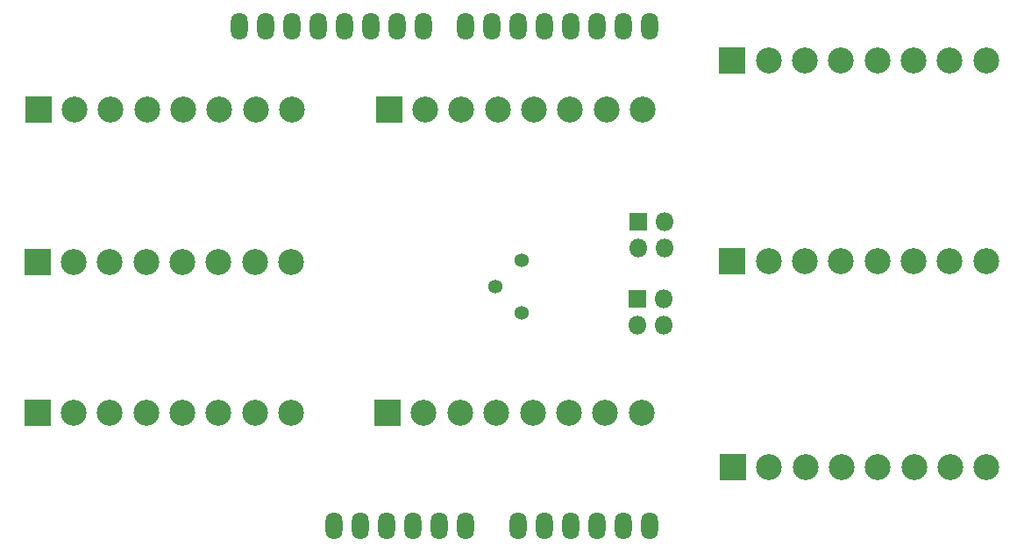
<source format=gbr>
G04 #@! TF.FileFunction,Soldermask,Top*
%FSLAX46Y46*%
G04 Gerber Fmt 4.6, Leading zero omitted, Abs format (unit mm)*
G04 Created by KiCad (PCBNEW 4.0.6) date Tue Oct  9 15:10:24 2018*
%MOMM*%
%LPD*%
G01*
G04 APERTURE LIST*
%ADD10C,0.100000*%
%ADD11O,1.625600X2.641600*%
%ADD12C,2.501600*%
%ADD13R,2.501600X2.501600*%
%ADD14R,1.801600X1.801600*%
%ADD15O,1.801600X1.801600*%
%ADD16C,1.361600*%
G04 APERTURE END LIST*
D10*
D11*
X163830000Y-125560000D03*
X161290000Y-125560000D03*
X158750000Y-125560000D03*
X151130000Y-125560000D03*
X153670000Y-125560000D03*
X156210000Y-125560000D03*
X146050000Y-125560000D03*
X143510000Y-125560000D03*
X140970000Y-125560000D03*
X135890000Y-125560000D03*
X133350000Y-125560000D03*
X163830000Y-77300000D03*
X161290000Y-77300000D03*
X158750000Y-77300000D03*
X156210000Y-77300000D03*
X153670000Y-77300000D03*
X151130000Y-77300000D03*
X148590000Y-77300000D03*
X146050000Y-77300000D03*
X141986000Y-77300000D03*
X139446000Y-77300000D03*
X136906000Y-77300000D03*
X134366000Y-77300000D03*
X131826000Y-77300000D03*
X129286000Y-77300000D03*
X126746000Y-77300000D03*
X124206000Y-77300000D03*
X138430000Y-125560000D03*
D12*
X145540000Y-114600000D03*
X142040000Y-114600000D03*
X149040000Y-114600000D03*
X152540000Y-114600000D03*
X156040000Y-114600000D03*
X159540000Y-114600000D03*
D13*
X138540000Y-114600000D03*
D12*
X163040000Y-114600000D03*
X178890000Y-119860000D03*
X175390000Y-119860000D03*
X182390000Y-119860000D03*
X185890000Y-119860000D03*
X189390000Y-119860000D03*
X192890000Y-119860000D03*
D13*
X171890000Y-119860000D03*
D12*
X196390000Y-119860000D03*
X145670000Y-85310000D03*
X142170000Y-85310000D03*
X149170000Y-85310000D03*
X152670000Y-85310000D03*
X156170000Y-85310000D03*
X159670000Y-85310000D03*
D13*
X138670000Y-85310000D03*
D12*
X163170000Y-85310000D03*
X111800000Y-85310000D03*
X108300000Y-85310000D03*
X115300000Y-85310000D03*
X118800000Y-85310000D03*
X122300000Y-85310000D03*
X125800000Y-85310000D03*
D13*
X104800000Y-85310000D03*
D12*
X129300000Y-85310000D03*
X178840000Y-80540000D03*
X175340000Y-80540000D03*
X182340000Y-80540000D03*
X185840000Y-80540000D03*
X189340000Y-80540000D03*
X192840000Y-80540000D03*
D13*
X171840000Y-80540000D03*
D12*
X196340000Y-80540000D03*
X111710000Y-100060000D03*
X108210000Y-100060000D03*
X115210000Y-100060000D03*
X118710000Y-100060000D03*
X122210000Y-100060000D03*
X125710000Y-100060000D03*
D13*
X104710000Y-100060000D03*
D12*
X129210000Y-100060000D03*
X111710000Y-114640000D03*
X108210000Y-114640000D03*
X115210000Y-114640000D03*
X118710000Y-114640000D03*
X122210000Y-114640000D03*
X125710000Y-114640000D03*
D13*
X104710000Y-114640000D03*
D12*
X129210000Y-114640000D03*
X178840000Y-99920000D03*
X175340000Y-99920000D03*
X182340000Y-99920000D03*
X185840000Y-99920000D03*
X189340000Y-99920000D03*
X192840000Y-99920000D03*
D13*
X171840000Y-99920000D03*
D12*
X196340000Y-99920000D03*
D14*
X162620000Y-103560000D03*
D15*
X165160000Y-103560000D03*
X162620000Y-106100000D03*
X165160000Y-106100000D03*
D14*
X162700000Y-96160000D03*
D15*
X165240000Y-96160000D03*
X162700000Y-98700000D03*
X165240000Y-98700000D03*
D16*
X151500000Y-99850000D03*
X148960000Y-102390000D03*
X151500000Y-104930000D03*
M02*

</source>
